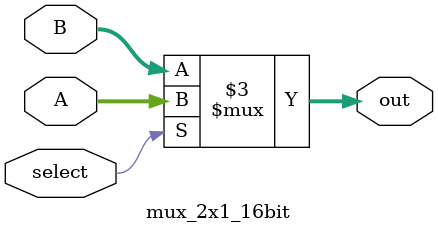
<source format=v>
`timescale 1ns/1ps
module mux_2x1_16bit (
    input select,
    input [3:0] A,
    input [3:0] B,
    output reg [3:0] out
);

    always @(select or A or B) begin
        if (select) begin
            out = A; // Select input A
        end else begin
            out = B; // Select input B
        end
    end
    
endmodule
</source>
